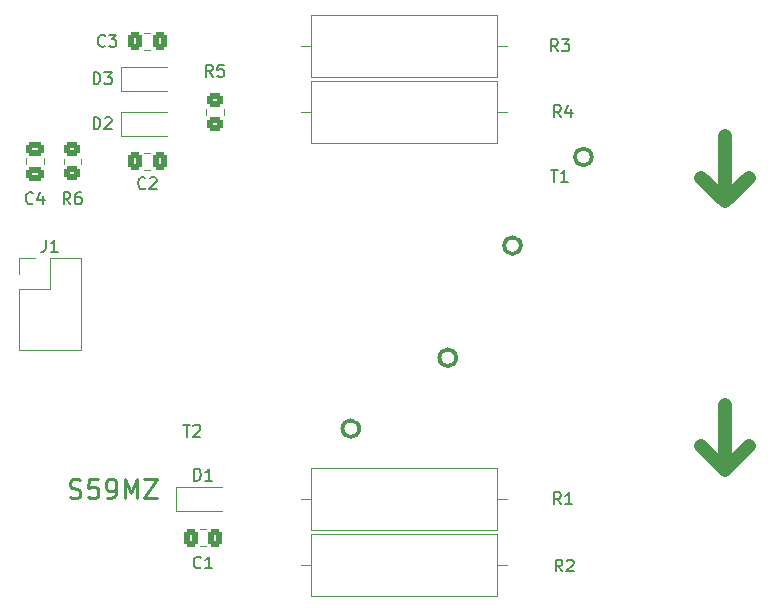
<source format=gto>
G04 #@! TF.GenerationSoftware,KiCad,Pcbnew,7.0.9-7.0.9~ubuntu20.04.1*
G04 #@! TF.CreationDate,2023-12-17T17:20:07+01:00*
G04 #@! TF.ProjectId,swr,7377722e-6b69-4636-9164-5f7063625858,1.0*
G04 #@! TF.SameCoordinates,Original*
G04 #@! TF.FileFunction,Legend,Top*
G04 #@! TF.FilePolarity,Positive*
%FSLAX46Y46*%
G04 Gerber Fmt 4.6, Leading zero omitted, Abs format (unit mm)*
G04 Created by KiCad (PCBNEW 7.0.9-7.0.9~ubuntu20.04.1) date 2023-12-17 17:20:07*
%MOMM*%
%LPD*%
G01*
G04 APERTURE LIST*
G04 Aperture macros list*
%AMRoundRect*
0 Rectangle with rounded corners*
0 $1 Rounding radius*
0 $2 $3 $4 $5 $6 $7 $8 $9 X,Y pos of 4 corners*
0 Add a 4 corners polygon primitive as box body*
4,1,4,$2,$3,$4,$5,$6,$7,$8,$9,$2,$3,0*
0 Add four circle primitives for the rounded corners*
1,1,$1+$1,$2,$3*
1,1,$1+$1,$4,$5*
1,1,$1+$1,$6,$7*
1,1,$1+$1,$8,$9*
0 Add four rect primitives between the rounded corners*
20,1,$1+$1,$2,$3,$4,$5,0*
20,1,$1+$1,$4,$5,$6,$7,0*
20,1,$1+$1,$6,$7,$8,$9,0*
20,1,$1+$1,$8,$9,$2,$3,0*%
G04 Aperture macros list end*
%ADD10C,0.250000*%
%ADD11C,0.150000*%
%ADD12C,1.200000*%
%ADD13C,0.300000*%
%ADD14C,0.120000*%
%ADD15O,5.000000X9.000000*%
%ADD16C,2.200000*%
%ADD17R,8.000000X5.000000*%
%ADD18R,5.000000X2.000000*%
%ADD19RoundRect,0.250000X0.475000X-0.337500X0.475000X0.337500X-0.475000X0.337500X-0.475000X-0.337500X0*%
%ADD20R,6.000000X2.500000*%
%ADD21RoundRect,0.250000X-0.450000X0.350000X-0.450000X-0.350000X0.450000X-0.350000X0.450000X0.350000X0*%
%ADD22C,2.400000*%
%ADD23O,2.400000X2.400000*%
%ADD24RoundRect,0.250000X-0.337500X-0.475000X0.337500X-0.475000X0.337500X0.475000X-0.337500X0.475000X0*%
%ADD25RoundRect,0.250000X0.450000X-0.350000X0.450000X0.350000X-0.450000X0.350000X-0.450000X-0.350000X0*%
%ADD26C,5.600000*%
%ADD27R,0.900000X1.200000*%
%ADD28R,1.700000X1.700000*%
%ADD29O,1.700000X1.700000*%
G04 APERTURE END LIST*
D10*
X102006856Y-91329000D02*
X102235428Y-91405190D01*
X102235428Y-91405190D02*
X102616380Y-91405190D01*
X102616380Y-91405190D02*
X102768761Y-91329000D01*
X102768761Y-91329000D02*
X102844952Y-91252809D01*
X102844952Y-91252809D02*
X102921142Y-91100428D01*
X102921142Y-91100428D02*
X102921142Y-90948047D01*
X102921142Y-90948047D02*
X102844952Y-90795666D01*
X102844952Y-90795666D02*
X102768761Y-90719476D01*
X102768761Y-90719476D02*
X102616380Y-90643285D01*
X102616380Y-90643285D02*
X102311618Y-90567095D01*
X102311618Y-90567095D02*
X102159237Y-90490904D01*
X102159237Y-90490904D02*
X102083047Y-90414714D01*
X102083047Y-90414714D02*
X102006856Y-90262333D01*
X102006856Y-90262333D02*
X102006856Y-90109952D01*
X102006856Y-90109952D02*
X102083047Y-89957571D01*
X102083047Y-89957571D02*
X102159237Y-89881380D01*
X102159237Y-89881380D02*
X102311618Y-89805190D01*
X102311618Y-89805190D02*
X102692571Y-89805190D01*
X102692571Y-89805190D02*
X102921142Y-89881380D01*
X104368762Y-89805190D02*
X103606857Y-89805190D01*
X103606857Y-89805190D02*
X103530666Y-90567095D01*
X103530666Y-90567095D02*
X103606857Y-90490904D01*
X103606857Y-90490904D02*
X103759238Y-90414714D01*
X103759238Y-90414714D02*
X104140190Y-90414714D01*
X104140190Y-90414714D02*
X104292571Y-90490904D01*
X104292571Y-90490904D02*
X104368762Y-90567095D01*
X104368762Y-90567095D02*
X104444952Y-90719476D01*
X104444952Y-90719476D02*
X104444952Y-91100428D01*
X104444952Y-91100428D02*
X104368762Y-91252809D01*
X104368762Y-91252809D02*
X104292571Y-91329000D01*
X104292571Y-91329000D02*
X104140190Y-91405190D01*
X104140190Y-91405190D02*
X103759238Y-91405190D01*
X103759238Y-91405190D02*
X103606857Y-91329000D01*
X103606857Y-91329000D02*
X103530666Y-91252809D01*
X105206857Y-91405190D02*
X105511619Y-91405190D01*
X105511619Y-91405190D02*
X105664000Y-91329000D01*
X105664000Y-91329000D02*
X105740191Y-91252809D01*
X105740191Y-91252809D02*
X105892572Y-91024238D01*
X105892572Y-91024238D02*
X105968762Y-90719476D01*
X105968762Y-90719476D02*
X105968762Y-90109952D01*
X105968762Y-90109952D02*
X105892572Y-89957571D01*
X105892572Y-89957571D02*
X105816381Y-89881380D01*
X105816381Y-89881380D02*
X105664000Y-89805190D01*
X105664000Y-89805190D02*
X105359238Y-89805190D01*
X105359238Y-89805190D02*
X105206857Y-89881380D01*
X105206857Y-89881380D02*
X105130667Y-89957571D01*
X105130667Y-89957571D02*
X105054476Y-90109952D01*
X105054476Y-90109952D02*
X105054476Y-90490904D01*
X105054476Y-90490904D02*
X105130667Y-90643285D01*
X105130667Y-90643285D02*
X105206857Y-90719476D01*
X105206857Y-90719476D02*
X105359238Y-90795666D01*
X105359238Y-90795666D02*
X105664000Y-90795666D01*
X105664000Y-90795666D02*
X105816381Y-90719476D01*
X105816381Y-90719476D02*
X105892572Y-90643285D01*
X105892572Y-90643285D02*
X105968762Y-90490904D01*
X106654477Y-91405190D02*
X106654477Y-89805190D01*
X106654477Y-89805190D02*
X107187810Y-90948047D01*
X107187810Y-90948047D02*
X107721144Y-89805190D01*
X107721144Y-89805190D02*
X107721144Y-91405190D01*
X108330667Y-89805190D02*
X109397334Y-89805190D01*
X109397334Y-89805190D02*
X108330667Y-91405190D01*
X108330667Y-91405190D02*
X109397334Y-91405190D01*
D11*
X142748095Y-63589819D02*
X143319523Y-63589819D01*
X143033809Y-64589819D02*
X143033809Y-63589819D01*
X144176666Y-64589819D02*
X143605238Y-64589819D01*
X143890952Y-64589819D02*
X143890952Y-63589819D01*
X143890952Y-63589819D02*
X143795714Y-63732676D01*
X143795714Y-63732676D02*
X143700476Y-63827914D01*
X143700476Y-63827914D02*
X143605238Y-63875533D01*
X98893333Y-66399580D02*
X98845714Y-66447200D01*
X98845714Y-66447200D02*
X98702857Y-66494819D01*
X98702857Y-66494819D02*
X98607619Y-66494819D01*
X98607619Y-66494819D02*
X98464762Y-66447200D01*
X98464762Y-66447200D02*
X98369524Y-66351961D01*
X98369524Y-66351961D02*
X98321905Y-66256723D01*
X98321905Y-66256723D02*
X98274286Y-66066247D01*
X98274286Y-66066247D02*
X98274286Y-65923390D01*
X98274286Y-65923390D02*
X98321905Y-65732914D01*
X98321905Y-65732914D02*
X98369524Y-65637676D01*
X98369524Y-65637676D02*
X98464762Y-65542438D01*
X98464762Y-65542438D02*
X98607619Y-65494819D01*
X98607619Y-65494819D02*
X98702857Y-65494819D01*
X98702857Y-65494819D02*
X98845714Y-65542438D01*
X98845714Y-65542438D02*
X98893333Y-65590057D01*
X99750476Y-65828152D02*
X99750476Y-66494819D01*
X99512381Y-65447200D02*
X99274286Y-66161485D01*
X99274286Y-66161485D02*
X99893333Y-66161485D01*
X111633095Y-85179819D02*
X112204523Y-85179819D01*
X111918809Y-86179819D02*
X111918809Y-85179819D01*
X112490238Y-85275057D02*
X112537857Y-85227438D01*
X112537857Y-85227438D02*
X112633095Y-85179819D01*
X112633095Y-85179819D02*
X112871190Y-85179819D01*
X112871190Y-85179819D02*
X112966428Y-85227438D01*
X112966428Y-85227438D02*
X113014047Y-85275057D01*
X113014047Y-85275057D02*
X113061666Y-85370295D01*
X113061666Y-85370295D02*
X113061666Y-85465533D01*
X113061666Y-85465533D02*
X113014047Y-85608390D01*
X113014047Y-85608390D02*
X112442619Y-86179819D01*
X112442619Y-86179819D02*
X113061666Y-86179819D01*
X102068333Y-66494819D02*
X101735000Y-66018628D01*
X101496905Y-66494819D02*
X101496905Y-65494819D01*
X101496905Y-65494819D02*
X101877857Y-65494819D01*
X101877857Y-65494819D02*
X101973095Y-65542438D01*
X101973095Y-65542438D02*
X102020714Y-65590057D01*
X102020714Y-65590057D02*
X102068333Y-65685295D01*
X102068333Y-65685295D02*
X102068333Y-65828152D01*
X102068333Y-65828152D02*
X102020714Y-65923390D01*
X102020714Y-65923390D02*
X101973095Y-65971009D01*
X101973095Y-65971009D02*
X101877857Y-66018628D01*
X101877857Y-66018628D02*
X101496905Y-66018628D01*
X102925476Y-65494819D02*
X102735000Y-65494819D01*
X102735000Y-65494819D02*
X102639762Y-65542438D01*
X102639762Y-65542438D02*
X102592143Y-65590057D01*
X102592143Y-65590057D02*
X102496905Y-65732914D01*
X102496905Y-65732914D02*
X102449286Y-65923390D01*
X102449286Y-65923390D02*
X102449286Y-66304342D01*
X102449286Y-66304342D02*
X102496905Y-66399580D01*
X102496905Y-66399580D02*
X102544524Y-66447200D01*
X102544524Y-66447200D02*
X102639762Y-66494819D01*
X102639762Y-66494819D02*
X102830238Y-66494819D01*
X102830238Y-66494819D02*
X102925476Y-66447200D01*
X102925476Y-66447200D02*
X102973095Y-66399580D01*
X102973095Y-66399580D02*
X103020714Y-66304342D01*
X103020714Y-66304342D02*
X103020714Y-66066247D01*
X103020714Y-66066247D02*
X102973095Y-65971009D01*
X102973095Y-65971009D02*
X102925476Y-65923390D01*
X102925476Y-65923390D02*
X102830238Y-65875771D01*
X102830238Y-65875771D02*
X102639762Y-65875771D01*
X102639762Y-65875771D02*
X102544524Y-65923390D01*
X102544524Y-65923390D02*
X102496905Y-65971009D01*
X102496905Y-65971009D02*
X102449286Y-66066247D01*
X143724333Y-97583819D02*
X143391000Y-97107628D01*
X143152905Y-97583819D02*
X143152905Y-96583819D01*
X143152905Y-96583819D02*
X143533857Y-96583819D01*
X143533857Y-96583819D02*
X143629095Y-96631438D01*
X143629095Y-96631438D02*
X143676714Y-96679057D01*
X143676714Y-96679057D02*
X143724333Y-96774295D01*
X143724333Y-96774295D02*
X143724333Y-96917152D01*
X143724333Y-96917152D02*
X143676714Y-97012390D01*
X143676714Y-97012390D02*
X143629095Y-97060009D01*
X143629095Y-97060009D02*
X143533857Y-97107628D01*
X143533857Y-97107628D02*
X143152905Y-97107628D01*
X144105286Y-96679057D02*
X144152905Y-96631438D01*
X144152905Y-96631438D02*
X144248143Y-96583819D01*
X144248143Y-96583819D02*
X144486238Y-96583819D01*
X144486238Y-96583819D02*
X144581476Y-96631438D01*
X144581476Y-96631438D02*
X144629095Y-96679057D01*
X144629095Y-96679057D02*
X144676714Y-96774295D01*
X144676714Y-96774295D02*
X144676714Y-96869533D01*
X144676714Y-96869533D02*
X144629095Y-97012390D01*
X144629095Y-97012390D02*
X144057667Y-97583819D01*
X144057667Y-97583819D02*
X144676714Y-97583819D01*
X105010833Y-53064580D02*
X104963214Y-53112200D01*
X104963214Y-53112200D02*
X104820357Y-53159819D01*
X104820357Y-53159819D02*
X104725119Y-53159819D01*
X104725119Y-53159819D02*
X104582262Y-53112200D01*
X104582262Y-53112200D02*
X104487024Y-53016961D01*
X104487024Y-53016961D02*
X104439405Y-52921723D01*
X104439405Y-52921723D02*
X104391786Y-52731247D01*
X104391786Y-52731247D02*
X104391786Y-52588390D01*
X104391786Y-52588390D02*
X104439405Y-52397914D01*
X104439405Y-52397914D02*
X104487024Y-52302676D01*
X104487024Y-52302676D02*
X104582262Y-52207438D01*
X104582262Y-52207438D02*
X104725119Y-52159819D01*
X104725119Y-52159819D02*
X104820357Y-52159819D01*
X104820357Y-52159819D02*
X104963214Y-52207438D01*
X104963214Y-52207438D02*
X105010833Y-52255057D01*
X105344167Y-52159819D02*
X105963214Y-52159819D01*
X105963214Y-52159819D02*
X105629881Y-52540771D01*
X105629881Y-52540771D02*
X105772738Y-52540771D01*
X105772738Y-52540771D02*
X105867976Y-52588390D01*
X105867976Y-52588390D02*
X105915595Y-52636009D01*
X105915595Y-52636009D02*
X105963214Y-52731247D01*
X105963214Y-52731247D02*
X105963214Y-52969342D01*
X105963214Y-52969342D02*
X105915595Y-53064580D01*
X105915595Y-53064580D02*
X105867976Y-53112200D01*
X105867976Y-53112200D02*
X105772738Y-53159819D01*
X105772738Y-53159819D02*
X105487024Y-53159819D01*
X105487024Y-53159819D02*
X105391786Y-53112200D01*
X105391786Y-53112200D02*
X105344167Y-53064580D01*
X114133333Y-55699819D02*
X113800000Y-55223628D01*
X113561905Y-55699819D02*
X113561905Y-54699819D01*
X113561905Y-54699819D02*
X113942857Y-54699819D01*
X113942857Y-54699819D02*
X114038095Y-54747438D01*
X114038095Y-54747438D02*
X114085714Y-54795057D01*
X114085714Y-54795057D02*
X114133333Y-54890295D01*
X114133333Y-54890295D02*
X114133333Y-55033152D01*
X114133333Y-55033152D02*
X114085714Y-55128390D01*
X114085714Y-55128390D02*
X114038095Y-55176009D01*
X114038095Y-55176009D02*
X113942857Y-55223628D01*
X113942857Y-55223628D02*
X113561905Y-55223628D01*
X115038095Y-54699819D02*
X114561905Y-54699819D01*
X114561905Y-54699819D02*
X114514286Y-55176009D01*
X114514286Y-55176009D02*
X114561905Y-55128390D01*
X114561905Y-55128390D02*
X114657143Y-55080771D01*
X114657143Y-55080771D02*
X114895238Y-55080771D01*
X114895238Y-55080771D02*
X114990476Y-55128390D01*
X114990476Y-55128390D02*
X115038095Y-55176009D01*
X115038095Y-55176009D02*
X115085714Y-55271247D01*
X115085714Y-55271247D02*
X115085714Y-55509342D01*
X115085714Y-55509342D02*
X115038095Y-55604580D01*
X115038095Y-55604580D02*
X114990476Y-55652200D01*
X114990476Y-55652200D02*
X114895238Y-55699819D01*
X114895238Y-55699819D02*
X114657143Y-55699819D01*
X114657143Y-55699819D02*
X114561905Y-55652200D01*
X114561905Y-55652200D02*
X114514286Y-55604580D01*
X143597333Y-59128819D02*
X143264000Y-58652628D01*
X143025905Y-59128819D02*
X143025905Y-58128819D01*
X143025905Y-58128819D02*
X143406857Y-58128819D01*
X143406857Y-58128819D02*
X143502095Y-58176438D01*
X143502095Y-58176438D02*
X143549714Y-58224057D01*
X143549714Y-58224057D02*
X143597333Y-58319295D01*
X143597333Y-58319295D02*
X143597333Y-58462152D01*
X143597333Y-58462152D02*
X143549714Y-58557390D01*
X143549714Y-58557390D02*
X143502095Y-58605009D01*
X143502095Y-58605009D02*
X143406857Y-58652628D01*
X143406857Y-58652628D02*
X143025905Y-58652628D01*
X144454476Y-58462152D02*
X144454476Y-59128819D01*
X144216381Y-58081200D02*
X143978286Y-58795485D01*
X143978286Y-58795485D02*
X144597333Y-58795485D01*
X143343333Y-53540819D02*
X143010000Y-53064628D01*
X142771905Y-53540819D02*
X142771905Y-52540819D01*
X142771905Y-52540819D02*
X143152857Y-52540819D01*
X143152857Y-52540819D02*
X143248095Y-52588438D01*
X143248095Y-52588438D02*
X143295714Y-52636057D01*
X143295714Y-52636057D02*
X143343333Y-52731295D01*
X143343333Y-52731295D02*
X143343333Y-52874152D01*
X143343333Y-52874152D02*
X143295714Y-52969390D01*
X143295714Y-52969390D02*
X143248095Y-53017009D01*
X143248095Y-53017009D02*
X143152857Y-53064628D01*
X143152857Y-53064628D02*
X142771905Y-53064628D01*
X143676667Y-52540819D02*
X144295714Y-52540819D01*
X144295714Y-52540819D02*
X143962381Y-52921771D01*
X143962381Y-52921771D02*
X144105238Y-52921771D01*
X144105238Y-52921771D02*
X144200476Y-52969390D01*
X144200476Y-52969390D02*
X144248095Y-53017009D01*
X144248095Y-53017009D02*
X144295714Y-53112247D01*
X144295714Y-53112247D02*
X144295714Y-53350342D01*
X144295714Y-53350342D02*
X144248095Y-53445580D01*
X144248095Y-53445580D02*
X144200476Y-53493200D01*
X144200476Y-53493200D02*
X144105238Y-53540819D01*
X144105238Y-53540819D02*
X143819524Y-53540819D01*
X143819524Y-53540819D02*
X143724286Y-53493200D01*
X143724286Y-53493200D02*
X143676667Y-53445580D01*
X113117333Y-97239080D02*
X113069714Y-97286700D01*
X113069714Y-97286700D02*
X112926857Y-97334319D01*
X112926857Y-97334319D02*
X112831619Y-97334319D01*
X112831619Y-97334319D02*
X112688762Y-97286700D01*
X112688762Y-97286700D02*
X112593524Y-97191461D01*
X112593524Y-97191461D02*
X112545905Y-97096223D01*
X112545905Y-97096223D02*
X112498286Y-96905747D01*
X112498286Y-96905747D02*
X112498286Y-96762890D01*
X112498286Y-96762890D02*
X112545905Y-96572414D01*
X112545905Y-96572414D02*
X112593524Y-96477176D01*
X112593524Y-96477176D02*
X112688762Y-96381938D01*
X112688762Y-96381938D02*
X112831619Y-96334319D01*
X112831619Y-96334319D02*
X112926857Y-96334319D01*
X112926857Y-96334319D02*
X113069714Y-96381938D01*
X113069714Y-96381938D02*
X113117333Y-96429557D01*
X114069714Y-97334319D02*
X113498286Y-97334319D01*
X113784000Y-97334319D02*
X113784000Y-96334319D01*
X113784000Y-96334319D02*
X113688762Y-96477176D01*
X113688762Y-96477176D02*
X113593524Y-96572414D01*
X113593524Y-96572414D02*
X113498286Y-96620033D01*
X108418333Y-65129580D02*
X108370714Y-65177200D01*
X108370714Y-65177200D02*
X108227857Y-65224819D01*
X108227857Y-65224819D02*
X108132619Y-65224819D01*
X108132619Y-65224819D02*
X107989762Y-65177200D01*
X107989762Y-65177200D02*
X107894524Y-65081961D01*
X107894524Y-65081961D02*
X107846905Y-64986723D01*
X107846905Y-64986723D02*
X107799286Y-64796247D01*
X107799286Y-64796247D02*
X107799286Y-64653390D01*
X107799286Y-64653390D02*
X107846905Y-64462914D01*
X107846905Y-64462914D02*
X107894524Y-64367676D01*
X107894524Y-64367676D02*
X107989762Y-64272438D01*
X107989762Y-64272438D02*
X108132619Y-64224819D01*
X108132619Y-64224819D02*
X108227857Y-64224819D01*
X108227857Y-64224819D02*
X108370714Y-64272438D01*
X108370714Y-64272438D02*
X108418333Y-64320057D01*
X108799286Y-64320057D02*
X108846905Y-64272438D01*
X108846905Y-64272438D02*
X108942143Y-64224819D01*
X108942143Y-64224819D02*
X109180238Y-64224819D01*
X109180238Y-64224819D02*
X109275476Y-64272438D01*
X109275476Y-64272438D02*
X109323095Y-64320057D01*
X109323095Y-64320057D02*
X109370714Y-64415295D01*
X109370714Y-64415295D02*
X109370714Y-64510533D01*
X109370714Y-64510533D02*
X109323095Y-64653390D01*
X109323095Y-64653390D02*
X108751667Y-65224819D01*
X108751667Y-65224819D02*
X109370714Y-65224819D01*
X112545905Y-89894819D02*
X112545905Y-88894819D01*
X112545905Y-88894819D02*
X112784000Y-88894819D01*
X112784000Y-88894819D02*
X112926857Y-88942438D01*
X112926857Y-88942438D02*
X113022095Y-89037676D01*
X113022095Y-89037676D02*
X113069714Y-89132914D01*
X113069714Y-89132914D02*
X113117333Y-89323390D01*
X113117333Y-89323390D02*
X113117333Y-89466247D01*
X113117333Y-89466247D02*
X113069714Y-89656723D01*
X113069714Y-89656723D02*
X113022095Y-89751961D01*
X113022095Y-89751961D02*
X112926857Y-89847200D01*
X112926857Y-89847200D02*
X112784000Y-89894819D01*
X112784000Y-89894819D02*
X112545905Y-89894819D01*
X114069714Y-89894819D02*
X113498286Y-89894819D01*
X113784000Y-89894819D02*
X113784000Y-88894819D01*
X113784000Y-88894819D02*
X113688762Y-89037676D01*
X113688762Y-89037676D02*
X113593524Y-89132914D01*
X113593524Y-89132914D02*
X113498286Y-89180533D01*
X104036905Y-56334819D02*
X104036905Y-55334819D01*
X104036905Y-55334819D02*
X104275000Y-55334819D01*
X104275000Y-55334819D02*
X104417857Y-55382438D01*
X104417857Y-55382438D02*
X104513095Y-55477676D01*
X104513095Y-55477676D02*
X104560714Y-55572914D01*
X104560714Y-55572914D02*
X104608333Y-55763390D01*
X104608333Y-55763390D02*
X104608333Y-55906247D01*
X104608333Y-55906247D02*
X104560714Y-56096723D01*
X104560714Y-56096723D02*
X104513095Y-56191961D01*
X104513095Y-56191961D02*
X104417857Y-56287200D01*
X104417857Y-56287200D02*
X104275000Y-56334819D01*
X104275000Y-56334819D02*
X104036905Y-56334819D01*
X104941667Y-55334819D02*
X105560714Y-55334819D01*
X105560714Y-55334819D02*
X105227381Y-55715771D01*
X105227381Y-55715771D02*
X105370238Y-55715771D01*
X105370238Y-55715771D02*
X105465476Y-55763390D01*
X105465476Y-55763390D02*
X105513095Y-55811009D01*
X105513095Y-55811009D02*
X105560714Y-55906247D01*
X105560714Y-55906247D02*
X105560714Y-56144342D01*
X105560714Y-56144342D02*
X105513095Y-56239580D01*
X105513095Y-56239580D02*
X105465476Y-56287200D01*
X105465476Y-56287200D02*
X105370238Y-56334819D01*
X105370238Y-56334819D02*
X105084524Y-56334819D01*
X105084524Y-56334819D02*
X104989286Y-56287200D01*
X104989286Y-56287200D02*
X104941667Y-56239580D01*
X99996666Y-69529819D02*
X99996666Y-70244104D01*
X99996666Y-70244104D02*
X99949047Y-70386961D01*
X99949047Y-70386961D02*
X99853809Y-70482200D01*
X99853809Y-70482200D02*
X99710952Y-70529819D01*
X99710952Y-70529819D02*
X99615714Y-70529819D01*
X100996666Y-70529819D02*
X100425238Y-70529819D01*
X100710952Y-70529819D02*
X100710952Y-69529819D01*
X100710952Y-69529819D02*
X100615714Y-69672676D01*
X100615714Y-69672676D02*
X100520476Y-69767914D01*
X100520476Y-69767914D02*
X100425238Y-69815533D01*
X143597333Y-91894819D02*
X143264000Y-91418628D01*
X143025905Y-91894819D02*
X143025905Y-90894819D01*
X143025905Y-90894819D02*
X143406857Y-90894819D01*
X143406857Y-90894819D02*
X143502095Y-90942438D01*
X143502095Y-90942438D02*
X143549714Y-90990057D01*
X143549714Y-90990057D02*
X143597333Y-91085295D01*
X143597333Y-91085295D02*
X143597333Y-91228152D01*
X143597333Y-91228152D02*
X143549714Y-91323390D01*
X143549714Y-91323390D02*
X143502095Y-91371009D01*
X143502095Y-91371009D02*
X143406857Y-91418628D01*
X143406857Y-91418628D02*
X143025905Y-91418628D01*
X144549714Y-91894819D02*
X143978286Y-91894819D01*
X144264000Y-91894819D02*
X144264000Y-90894819D01*
X144264000Y-90894819D02*
X144168762Y-91037676D01*
X144168762Y-91037676D02*
X144073524Y-91132914D01*
X144073524Y-91132914D02*
X143978286Y-91180533D01*
X104036905Y-60144819D02*
X104036905Y-59144819D01*
X104036905Y-59144819D02*
X104275000Y-59144819D01*
X104275000Y-59144819D02*
X104417857Y-59192438D01*
X104417857Y-59192438D02*
X104513095Y-59287676D01*
X104513095Y-59287676D02*
X104560714Y-59382914D01*
X104560714Y-59382914D02*
X104608333Y-59573390D01*
X104608333Y-59573390D02*
X104608333Y-59716247D01*
X104608333Y-59716247D02*
X104560714Y-59906723D01*
X104560714Y-59906723D02*
X104513095Y-60001961D01*
X104513095Y-60001961D02*
X104417857Y-60097200D01*
X104417857Y-60097200D02*
X104275000Y-60144819D01*
X104275000Y-60144819D02*
X104036905Y-60144819D01*
X104989286Y-59240057D02*
X105036905Y-59192438D01*
X105036905Y-59192438D02*
X105132143Y-59144819D01*
X105132143Y-59144819D02*
X105370238Y-59144819D01*
X105370238Y-59144819D02*
X105465476Y-59192438D01*
X105465476Y-59192438D02*
X105513095Y-59240057D01*
X105513095Y-59240057D02*
X105560714Y-59335295D01*
X105560714Y-59335295D02*
X105560714Y-59430533D01*
X105560714Y-59430533D02*
X105513095Y-59573390D01*
X105513095Y-59573390D02*
X104941667Y-60144819D01*
X104941667Y-60144819D02*
X105560714Y-60144819D01*
D12*
X157500000Y-83500000D02*
X157500000Y-89000000D01*
X157500000Y-89000000D02*
X159500000Y-87000000D01*
X157500000Y-60750000D02*
X157500000Y-66250000D01*
X157500000Y-66250000D02*
X155500000Y-64250000D01*
X157500000Y-66250000D02*
X159500000Y-64250000D01*
X157500000Y-89000000D02*
X155500000Y-87000000D01*
D13*
X140207107Y-70000000D02*
G75*
G03*
X140207107Y-70000000I-707107J0D01*
G01*
X146207107Y-62500000D02*
G75*
G03*
X146207107Y-62500000I-707107J0D01*
G01*
D14*
X98325000Y-63126252D02*
X98325000Y-62603748D01*
X99795000Y-63126252D02*
X99795000Y-62603748D01*
D13*
X126515000Y-85500000D02*
G75*
G03*
X126515000Y-85500000I-707107J0D01*
G01*
X134722107Y-79500000D02*
G75*
G03*
X134722107Y-79500000I-707107J0D01*
G01*
D14*
X101500000Y-62637936D02*
X101500000Y-63092064D01*
X102970000Y-62637936D02*
X102970000Y-63092064D01*
X122432000Y-94408000D02*
X122432000Y-99648000D01*
X138172000Y-94408000D02*
X122432000Y-94408000D01*
X139022000Y-97028000D02*
X138172000Y-97028000D01*
X121582000Y-97028000D02*
X122432000Y-97028000D01*
X122432000Y-99648000D02*
X138172000Y-99648000D01*
X138172000Y-99648000D02*
X138172000Y-94408000D01*
X108323748Y-53440000D02*
X108846252Y-53440000D01*
X108323748Y-51970000D02*
X108846252Y-51970000D01*
X113565000Y-58917064D02*
X113565000Y-58462936D01*
X115035000Y-58917064D02*
X115035000Y-58462936D01*
X122432000Y-56054000D02*
X122432000Y-61294000D01*
X138172000Y-61294000D02*
X138172000Y-56054000D01*
X121582000Y-58674000D02*
X122432000Y-58674000D01*
X138172000Y-56054000D02*
X122432000Y-56054000D01*
X139022000Y-58674000D02*
X138172000Y-58674000D01*
X122432000Y-61294000D02*
X138172000Y-61294000D01*
X122432000Y-50466000D02*
X122432000Y-55706000D01*
X121582000Y-53086000D02*
X122432000Y-53086000D01*
X138172000Y-55706000D02*
X138172000Y-50466000D01*
X138172000Y-50466000D02*
X122432000Y-50466000D01*
X122432000Y-55706000D02*
X138172000Y-55706000D01*
X139022000Y-53086000D02*
X138172000Y-53086000D01*
X113022748Y-95477000D02*
X113545252Y-95477000D01*
X113022748Y-94007000D02*
X113545252Y-94007000D01*
X108323748Y-62130000D02*
X108846252Y-62130000D01*
X108323748Y-63600000D02*
X108846252Y-63600000D01*
X111034000Y-92440000D02*
X114934000Y-92440000D01*
X111034000Y-90440000D02*
X111034000Y-92440000D01*
X111034000Y-90440000D02*
X114934000Y-90440000D01*
X106335000Y-54880000D02*
X110235000Y-54880000D01*
X106335000Y-56880000D02*
X110235000Y-56880000D01*
X106335000Y-54880000D02*
X106335000Y-56880000D01*
X97730000Y-73675000D02*
X100330000Y-73675000D01*
X100330000Y-71075000D02*
X102930000Y-71075000D01*
X97730000Y-72405000D02*
X97730000Y-71075000D01*
X100330000Y-73675000D02*
X100330000Y-71075000D01*
X97730000Y-73675000D02*
X97730000Y-78815000D01*
X102930000Y-71075000D02*
X102930000Y-78815000D01*
X97730000Y-71075000D02*
X99060000Y-71075000D01*
X97730000Y-78815000D02*
X102930000Y-78815000D01*
X138172000Y-88820000D02*
X122432000Y-88820000D01*
X121582000Y-91440000D02*
X122432000Y-91440000D01*
X139022000Y-91440000D02*
X138172000Y-91440000D01*
X138172000Y-94060000D02*
X138172000Y-88820000D01*
X122432000Y-88820000D02*
X122432000Y-94060000D01*
X122432000Y-94060000D02*
X138172000Y-94060000D01*
X106335000Y-58690000D02*
X106335000Y-60690000D01*
X106335000Y-60690000D02*
X110235000Y-60690000D01*
X106335000Y-58690000D02*
X110235000Y-58690000D01*
%LPC*%
D15*
X151000000Y-62500000D03*
D16*
X151000000Y-65000000D03*
D15*
X151000000Y-87500000D03*
D16*
X151000000Y-85000000D03*
X139500000Y-67000000D03*
X139500000Y-83000000D03*
D17*
X151000000Y-96500000D03*
D18*
X144000000Y-84000000D03*
D17*
X151000000Y-53500000D03*
D19*
X99060000Y-63902500D03*
X99060000Y-61827500D03*
D17*
X120015000Y-85500000D03*
X120015000Y-64500000D03*
D16*
X134015000Y-83000000D03*
X134015000Y-67000000D03*
D20*
X127515000Y-65750000D03*
D21*
X102235000Y-61865000D03*
X102235000Y-63865000D03*
D22*
X140462000Y-97028000D03*
D23*
X120142000Y-97028000D03*
D24*
X107547500Y-52705000D03*
X109622500Y-52705000D03*
D25*
X114300000Y-59690000D03*
X114300000Y-57690000D03*
D22*
X140462000Y-58674000D03*
D23*
X120142000Y-58674000D03*
D26*
X160000000Y-55000000D03*
D22*
X140462000Y-53086000D03*
D23*
X120142000Y-53086000D03*
D24*
X112246500Y-94742000D03*
X114321500Y-94742000D03*
D26*
X100000000Y-95000000D03*
D24*
X107547500Y-62865000D03*
X109622500Y-62865000D03*
D27*
X111634000Y-91440000D03*
X114934000Y-91440000D03*
X106935000Y-55880000D03*
X110235000Y-55880000D03*
D28*
X99060000Y-72405000D03*
D29*
X101600000Y-72405000D03*
X99060000Y-74945000D03*
X101600000Y-74945000D03*
X99060000Y-77485000D03*
X101600000Y-77485000D03*
D22*
X140462000Y-91440000D03*
D23*
X120142000Y-91440000D03*
D26*
X100000000Y-55000000D03*
X160000000Y-95000000D03*
D27*
X106935000Y-59690000D03*
X110235000Y-59690000D03*
%LPD*%
M02*

</source>
